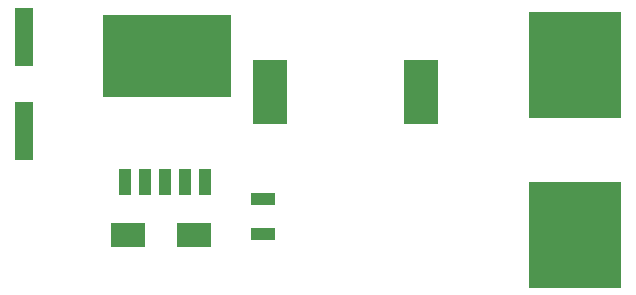
<source format=gtp>
G04*
G04 #@! TF.GenerationSoftware,Altium Limited,Altium Designer,20.1.11 (218)*
G04*
G04 Layer_Color=8421504*
%FSLAX44Y44*%
%MOMM*%
G71*
G04*
G04 #@! TF.SameCoordinates,6F68814C-33D5-4D04-8E5B-489F78E18062*
G04*
G04*
G04 #@! TF.FilePolarity,Positive*
G04*
G01*
G75*
%ADD13R,1.5000X5.0000*%
%ADD14R,2.9000X5.4000*%
%ADD15R,10.8000X7.0000*%
%ADD16R,1.1000X2.2000*%
%ADD17R,2.0000X1.0000*%
%ADD18R,7.8000X9.0000*%
%ADD19R,3.0000X2.0000*%
D13*
X110490Y154940D02*
D03*
Y234950D02*
D03*
D14*
X318770Y187960D02*
D03*
X446770D02*
D03*
D15*
X231140Y218440D02*
D03*
D16*
X264140Y111740D02*
D03*
X247140D02*
D03*
X230140D02*
D03*
X213140D02*
D03*
X196140D02*
D03*
D17*
X312420Y67790D02*
D03*
Y97790D02*
D03*
D18*
X576580Y210820D02*
D03*
Y67310D02*
D03*
D19*
X198120D02*
D03*
X254000D02*
D03*
M02*

</source>
